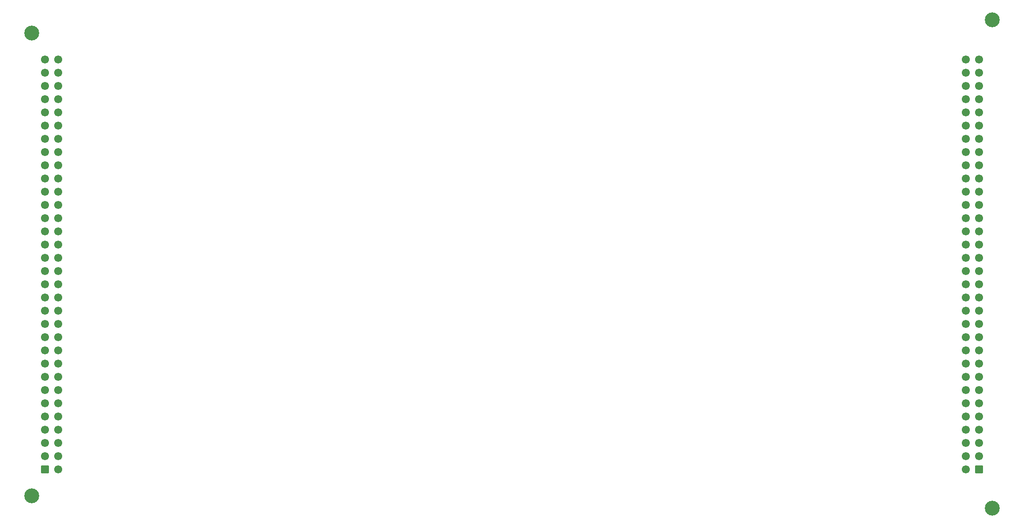
<source format=gbr>
%TF.GenerationSoftware,KiCad,Pcbnew,6.0.11-2627ca5db0~126~ubuntu22.04.1*%
%TF.CreationDate,2023-06-25T19:34:19+02:00*%
%TF.ProjectId,ikegami-htm1917r-extension,696b6567-616d-4692-9d68-746d31393137,rev?*%
%TF.SameCoordinates,Original*%
%TF.FileFunction,Soldermask,Bot*%
%TF.FilePolarity,Negative*%
%FSLAX46Y46*%
G04 Gerber Fmt 4.6, Leading zero omitted, Abs format (unit mm)*
G04 Created by KiCad (PCBNEW 6.0.11-2627ca5db0~126~ubuntu22.04.1) date 2023-06-25 19:34:19*
%MOMM*%
%LPD*%
G01*
G04 APERTURE LIST*
G04 Aperture macros list*
%AMRoundRect*
0 Rectangle with rounded corners*
0 $1 Rounding radius*
0 $2 $3 $4 $5 $6 $7 $8 $9 X,Y pos of 4 corners*
0 Add a 4 corners polygon primitive as box body*
4,1,4,$2,$3,$4,$5,$6,$7,$8,$9,$2,$3,0*
0 Add four circle primitives for the rounded corners*
1,1,$1+$1,$2,$3*
1,1,$1+$1,$4,$5*
1,1,$1+$1,$6,$7*
1,1,$1+$1,$8,$9*
0 Add four rect primitives between the rounded corners*
20,1,$1+$1,$2,$3,$4,$5,0*
20,1,$1+$1,$4,$5,$6,$7,0*
20,1,$1+$1,$6,$7,$8,$9,0*
20,1,$1+$1,$8,$9,$2,$3,0*%
G04 Aperture macros list end*
%ADD10C,2.850000*%
%ADD11RoundRect,0.249999X-0.525001X0.525001X-0.525001X-0.525001X0.525001X-0.525001X0.525001X0.525001X0*%
%ADD12C,1.550000*%
%ADD13RoundRect,0.249999X0.525001X-0.525001X0.525001X0.525001X-0.525001X0.525001X-0.525001X-0.525001X0*%
G04 APERTURE END LIST*
D10*
%TO.C,J10*%
X260230000Y-145650000D03*
X260230000Y-239430000D03*
D11*
X257690000Y-232000000D03*
D12*
X257690000Y-229460000D03*
X257690000Y-226920000D03*
X257690000Y-224380000D03*
X257690000Y-221840000D03*
X257690000Y-219300000D03*
X257690000Y-216760000D03*
X257690000Y-214220000D03*
X257690000Y-211680000D03*
X257690000Y-209140000D03*
X257690000Y-206600000D03*
X257690000Y-204060000D03*
X257690000Y-201520000D03*
X257690000Y-198980000D03*
X257690000Y-196440000D03*
X257690000Y-193900000D03*
X257690000Y-191360000D03*
X257690000Y-188820000D03*
X257690000Y-186280000D03*
X257690000Y-183740000D03*
X257690000Y-181200000D03*
X257690000Y-178660000D03*
X257690000Y-176120000D03*
X257690000Y-173580000D03*
X257690000Y-171040000D03*
X257690000Y-168500000D03*
X257690000Y-165960000D03*
X257690000Y-163420000D03*
X257690000Y-160880000D03*
X257690000Y-158340000D03*
X257690000Y-155800000D03*
X257690000Y-153260000D03*
X255150000Y-232000000D03*
X255150000Y-229460000D03*
X255150000Y-226920000D03*
X255150000Y-224380000D03*
X255150000Y-221840000D03*
X255150000Y-219300000D03*
X255150000Y-216760000D03*
X255150000Y-214220000D03*
X255150000Y-211680000D03*
X255150000Y-209140000D03*
X255150000Y-206600000D03*
X255150000Y-204060000D03*
X255150000Y-201520000D03*
X255150000Y-198980000D03*
X255150000Y-196440000D03*
X255150000Y-193900000D03*
X255150000Y-191360000D03*
X255150000Y-188820000D03*
X255150000Y-186280000D03*
X255150000Y-183740000D03*
X255150000Y-181200000D03*
X255150000Y-178660000D03*
X255150000Y-176120000D03*
X255150000Y-173580000D03*
X255150000Y-171040000D03*
X255150000Y-168500000D03*
X255150000Y-165960000D03*
X255150000Y-163420000D03*
X255150000Y-160880000D03*
X255150000Y-158340000D03*
X255150000Y-155800000D03*
X255150000Y-153260000D03*
%TD*%
D10*
%TO.C,J20*%
X75750000Y-237080000D03*
X75750000Y-148180000D03*
D13*
X78290000Y-232000000D03*
D12*
X78290000Y-229460000D03*
X78290000Y-226920000D03*
X78290000Y-224380000D03*
X78290000Y-221840000D03*
X78290000Y-219300000D03*
X78290000Y-216760000D03*
X78290000Y-214220000D03*
X78290000Y-211680000D03*
X78290000Y-209140000D03*
X78290000Y-206600000D03*
X78290000Y-204060000D03*
X78290000Y-201520000D03*
X78290000Y-198980000D03*
X78290000Y-196440000D03*
X78290000Y-193900000D03*
X78290000Y-191360000D03*
X78290000Y-188820000D03*
X78290000Y-186280000D03*
X78290000Y-183740000D03*
X78290000Y-181200000D03*
X78290000Y-178660000D03*
X78290000Y-176120000D03*
X78290000Y-173580000D03*
X78290000Y-171040000D03*
X78290000Y-168500000D03*
X78290000Y-165960000D03*
X78290000Y-163420000D03*
X78290000Y-160880000D03*
X78290000Y-158340000D03*
X78290000Y-155800000D03*
X78290000Y-153260000D03*
X80830000Y-232000000D03*
X80830000Y-229460000D03*
X80830000Y-226920000D03*
X80830000Y-224380000D03*
X80830000Y-221840000D03*
X80830000Y-219300000D03*
X80830000Y-216760000D03*
X80830000Y-214220000D03*
X80830000Y-211680000D03*
X80830000Y-209140000D03*
X80830000Y-206600000D03*
X80830000Y-204060000D03*
X80830000Y-201520000D03*
X80830000Y-198980000D03*
X80830000Y-196440000D03*
X80830000Y-193900000D03*
X80830000Y-191360000D03*
X80830000Y-188820000D03*
X80830000Y-186280000D03*
X80830000Y-183740000D03*
X80830000Y-181200000D03*
X80830000Y-178660000D03*
X80830000Y-176120000D03*
X80830000Y-173580000D03*
X80830000Y-171040000D03*
X80830000Y-168500000D03*
X80830000Y-165960000D03*
X80830000Y-163420000D03*
X80830000Y-160880000D03*
X80830000Y-158340000D03*
X80830000Y-155800000D03*
X80830000Y-153260000D03*
%TD*%
M02*

</source>
